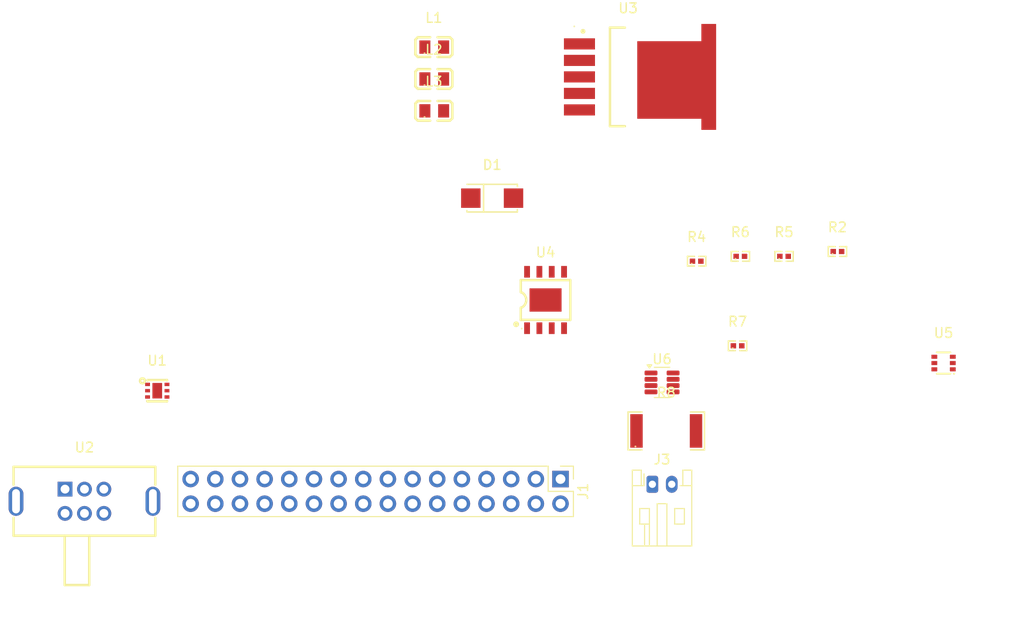
<source format=kicad_pcb>
(kicad_pcb (version 20240108) (generator "pcbnew") (generator_version "8.0")
  (layers (0 "F.Cu" signal) (31 "B.Cu" signal) (34 "B.Paste" user) (35 "F.Paste" user) (36 "B.SilkS" user "B.Silkscreen") (37 "F.SilkS" user "F.Silkscreen") (38 "B.Mask" user) (39 "F.Mask" user) (44 "Edge.Cuts" user))
  (net 0 "")
  (footprint "xxcustom_footprint:TO-263-5_L10.2-W8.9-P1.70-TL" (layer "F.Cu") (at 164.65 67.95)
    (property "Reference" "U3" (at 0 -7.079985 0) (layer "F.SilkS"))
    (property "Value" "LM2596SX-5_0/NOPB")
    (fp_line (start -1.862941 -5.079985) (end -0.326238 -5.079985) (stroke (width 0.254)) (layer "F.SilkS"))
    (fp_line (start -1.862941 5.080036) (end -1.862941 -5.079985) (stroke (width 0.254)) (layer "F.SilkS"))
    (fp_line (start -0.326238 5.080036) (end -1.862941 5.080036) (stroke (width 0.254)) (layer "F.SilkS"))
    (fp_circle (center -5.542672 -5.20701) (end -5.5127 -5.20701) (stroke (width 0.059995)) (fill none) (layer "F.SilkS"))
    (fp_circle (center -4.644272 -4.699009) (end -4.517272 -4.699009) (stroke (width 0.254)) (fill none) (layer "F.SilkS"))
    (pad "1" smd rect (at -5.007747 -3.403607) (size 3.2 1.150013) (layers "F.Cu" "F.Paste" "F.Mask"))
    (pad "2" smd rect (at -5.007747 -1.701803) (size 3.2 1.150013) (layers "F.Cu" "F.Paste" "F.Mask"))
    (pad "3" smd rect (at -5.007747 0) (size 3.2 1.150013) (layers "F.Cu" "F.Paste" "F.Mask"))
    (pad "4" smd rect (at -5.007747 1.701803) (size 3.2 1.150013) (layers "F.Cu" "F.Paste" "F.Mask"))
    (pad "5" smd rect (at -5.007747 3.403607) (size 3.2 1.150013) (layers "F.Cu" "F.Paste" "F.Mask"))
    (pad "6" smd custom (at 5.007747 0.317501) (size 0.1 0.1) (layers "F.Cu" "F.Paste" "F.Mask") (options (clearance outline) (anchor circle)) (primitives (gr_poly (pts (xy -4.064008 -4.000508) (xy 2.540005 -4.000508) (xy 2.540005 -5.778512) (xy 4.064008 -5.778512) (xy 4.064008 5.14351) (xy 2.540005 5.14351) (xy 2.540005 4) (xy -4.064008 4)) (width 0) (fill yes))))
  )
  (footprint "xxcustom_footprint:R0402" (layer "F.Cu") (at 176.217183 86.45)
    (property "Reference" "R6" (at 0 -2.498603 0) (layer "F.SilkS"))
    (property "Value" "2k")
    (fp_line (start -0.944247 -0.498603) (end -0.226213 -0.498603) (stroke (width 0.1524)) (layer "F.SilkS"))
    (fp_line (start -0.944247 0.498603) (end -0.944247 -0.498603) (stroke (width 0.1524)) (layer "F.SilkS"))
    (fp_line (start -0.226213 0.498603) (end -0.944247 0.498603) (stroke (width 0.1524)) (layer "F.SilkS"))
    (fp_line (start 0.226213 0.498603) (end 0.944247 0.498603) (stroke (width 0.1524)) (layer "F.SilkS"))
    (fp_line (start 0.944247 -0.498603) (end 0.226213 -0.498603) (stroke (width 0.1524)) (layer "F.SilkS"))
    (fp_line (start 0.944247 0.498603) (end 0.944247 -0.498603) (stroke (width 0.1524)) (layer "F.SilkS"))
    (fp_circle (center -0.499873 0.249936) (end -0.469901 0.249936) (stroke (width 0.059995)) (fill none) (layer "F.SilkS"))
    (pad "1" smd rect (at -0.432817 0) (size 0.565659 0.540005) (layers "F.Cu" "F.Paste" "F.Mask"))
    (pad "2" smd rect (at 0.432817 0) (size 0.565659 0.540005) (layers "F.Cu" "F.Paste" "F.Mask"))
  )
  (footprint "xxcustom_footprint:SC-70-6_L2.2-W1.3-P0.65-LS2.1-BR" (layer "F.Cu") (at 197.15 97.45)
    (property "Reference" "U5" (at 0 -3.1 0) (layer "F.SilkS"))
    (property "Value" "SN74LVC1G3157DCKR")
    (fp_line (start -0.7 -1.1) (end 0.7 -1.1) (stroke (width 0.2)) (layer "F.SilkS"))
    (fp_line (start -0.7 1.1) (end 0.7 1.1) (stroke (width 0.2)) (layer "F.SilkS"))
    (fp_arc (start 1.090932 1.094209) (mid 1.092202 1.094203) (end 1.093472 1.094209) (stroke (width 0.2)) (layer "F.SilkS"))
    (fp_circle (center 1.053442 1.099924) (end 1.083439 1.099924) (stroke (width 0.059995)) (fill none) (layer "F.SilkS"))
    (pad "1" smd rect (at 0.949962 0.649987 90) (size 0.41999 0.6) (layers "F.Cu" "F.Paste" "F.Mask"))
    (pad "2" smd rect (at 0.949962 0 90) (size 0.41999 0.6) (layers "F.Cu" "F.Paste" "F.Mask"))
    (pad "3" smd rect (at 0.949962 -0.649987 90) (size 0.41999 0.6) (layers "F.Cu" "F.Paste" "F.Mask"))
    (pad "4" smd rect (at -0.949962 -0.649987 270) (size 0.41999 0.6) (layers "F.Cu" "F.Paste" "F.Mask"))
    (pad "5" smd rect (at -0.949962 0 270) (size 0.41999 0.6) (layers "F.Cu" "F.Paste" "F.Mask"))
    (pad "6" smd rect (at -0.949962 0.649987 270) (size 0.41999 0.6) (layers "F.Cu" "F.Paste" "F.Mask"))
  )
  (footprint "xxcustom_footprint:L0805" (layer "F.Cu") (at 144.683782 71.45)
    (property "Reference" "L3" (at -0.040259 -3.015951 0) (layer "F.SilkS"))
    (property "Value" "10uH")
    (fp_line (start -1.945263 -0.761951) (end -1.945263 0.635052) (stroke (width 0.254)) (layer "F.SilkS"))
    (fp_line (start -1.945263 0.635052) (end -1.945263 0.762052) (stroke (width 0.254)) (layer "F.SilkS"))
    (fp_line (start -1.945263 0.762052) (end -1.691262 1.016053) (stroke (width 0.254)) (layer "F.SilkS"))
    (fp_line (start -1.691262 -1.015951) (end -1.945263 -0.761951) (stroke (width 0.254)) (layer "F.SilkS"))
    (fp_line (start -1.691262 1.016053) (end -0.42126 1.016053) (stroke (width 0.254)) (layer "F.SilkS"))
    (fp_line (start -1.564262 -1.015951) (end -1.691262 -1.015951) (stroke (width 0.254)) (layer "F.SilkS"))
    (fp_line (start -0.42126 -1.015951) (end -1.564262 -1.015951) (stroke (width 0.254)) (layer "F.SilkS"))
    (fp_line (start 0.340742 1.016053) (end 1.483744 1.016053) (stroke (width 0.254)) (layer "F.SilkS"))
    (fp_line (start 1.483744 1.016053) (end 1.610744 1.016053) (stroke (width 0.254)) (layer "F.SilkS"))
    (fp_line (start 1.610744 -1.015951) (end 0.340742 -1.015951) (stroke (width 0.254)) (layer "F.SilkS"))
    (fp_line (start 1.610744 1.016053) (end 1.864745 0.762052) (stroke (width 0.254)) (layer "F.SilkS"))
    (fp_line (start 1.864745 -0.761951) (end 1.610744 -1.015951) (stroke (width 0.254)) (layer "F.SilkS"))
    (fp_line (start 1.864745 -0.63495) (end 1.864745 -0.761951) (stroke (width 0.254)) (layer "F.SilkS"))
    (fp_line (start 1.864745 0.762052) (end 1.864745 -0.63495) (stroke (width 0.254)) (layer "F.SilkS"))
    (fp_circle (center -1 0.63744) (end -0.970003 0.63744) (stroke (width 0.059995)) (fill none) (layer "F.SilkS"))
    (pad "1" smd rect (at -0.966218 0) (size 1.132537 1.377013) (layers "F.Cu" "F.Paste" "F.Mask"))
    (pad "2" smd rect (at 0.966218 0) (size 1.132537 1.377013) (layers "F.Cu" "F.Paste" "F.Mask"))
  )
  (footprint "xxcustom_footprint:R2512" (layer "F.Cu") (at 168.583706 104.45)
    (property "Reference" "R8" (at 0 -3.956591 0) (layer "F.SilkS"))
    (property "Value" "0.2A")
    (fp_line (start -3.936144 -1.956591) (end -2.501194 -1.956591) (stroke (width 0.1524)) (layer "F.SilkS"))
    (fp_line (start -3.936144 1.956591) (end -3.936144 -1.956591) (stroke (width 0.1524)) (layer "F.SilkS"))
    (fp_line (start -2.501194 1.956591) (end -3.936144 1.956591) (stroke (width 0.1524)) (layer "F.SilkS"))
    (fp_line (start 2.501194 1.956591) (end 3.936144 1.956591) (stroke (width 0.1524)) (layer "F.SilkS"))
    (fp_line (start 3.936144 -1.956591) (end 2.501194 -1.956591) (stroke (width 0.1524)) (layer "F.SilkS"))
    (fp_line (start 3.936144 1.956591) (end 3.936144 -1.956591) (stroke (width 0.1524)) (layer "F.SilkS"))
    (fp_circle (center -3.175006 1.599949) (end -3.145034 1.599949) (stroke (width 0.059995)) (fill none) (layer "F.SilkS"))
    (pad "1" smd rect (at -3.066294 0) (size 1.282525 3.456007) (layers "F.Cu" "F.Paste" "F.Mask"))
    (pad "2" smd rect (at 3.066294 0) (size 1.282525 3.456007) (layers "F.Cu" "F.Paste" "F.Mask"))
  )
  (footprint "xxcustom_footprint:SW-TH_XKB_SK22D15L7" (layer "F.Cu") (at 108.65 111.699936)
    (property "Reference" "U2" (at 0 -5.550064 0) (layer "F.SilkS"))
    (property "Value" "SK22D15L5")
    (fp_line (start -7.300025 -3.550064) (end -7.300025 -1.699111) (stroke (width 0.254)) (layer "F.SilkS"))
    (fp_line (start -7.300025 1.699009) (end -7.300025 3.549962) (stroke (width 0.254)) (layer "F.SilkS"))
    (fp_line (start -2.032004 8.635966) (end -2.032004 3.549962) (stroke (width 0.254)) (layer "F.SilkS"))
    (fp_line (start 0.491237 3.549962) (end 0.491237 8.635966) (stroke (width 0.254)) (layer "F.SilkS"))
    (fp_line (start 0.491237 8.635966) (end -2.032004 8.635966) (stroke (width 0.254)) (layer "F.SilkS"))
    (fp_line (start 7.300025 -3.550064) (end -7.300025 -3.550064) (stroke (width 0.254)) (layer "F.SilkS"))
    (fp_line (start 7.300025 -3.550064) (end 7.300025 -1.699111) (stroke (width 0.254)) (layer "F.SilkS"))
    (fp_line (start 7.300025 1.699009) (end 7.300025 3.549962) (stroke (width 0.254)) (layer "F.SilkS"))
    (fp_line (start 7.300025 3.549962) (end -7.300025 3.549962) (stroke (width 0.254)) (layer "F.SilkS"))
    (fp_circle (center -7.299975 -3.550038) (end -7.270003 -3.550038) (stroke (width 0.059995)) (fill none) (layer "F.SilkS"))
    (pad "1" thru_hole rect (at -2 -1.250064) (size 1.524003 1.524003) (drill 0.914402) (layers "*.Cu" "*.Mask" "In1.Cu" "In2.Cu" "In3.Cu" "In4.Cu" "In5.Cu" "In6.Cu" "In7.Cu" "In8.Cu" "In9.Cu" "In10.Cu" "In11.Cu" "In12.Cu" "In13.Cu" "In14.Cu" "In15.Cu" "In16.Cu" "In17.Cu" "In18.Cu" "In19.Cu" "In20.Cu" "In21.Cu" "In22.Cu" "In23.Cu" "In24.Cu" "In25.Cu" "In26.Cu" "In27.Cu" "In28.Cu" "In29.Cu" "In30.Cu"))
    (pad "2" thru_hole circle (at 0 -1.250064) (size 1.524003 1.524003) (drill 0.914402) (layers "*.Cu" "*.Mask" "In1.Cu" "In2.Cu" "In3.Cu" "In4.Cu" "In5.Cu" "In6.Cu" "In7.Cu" "In8.Cu" "In9.Cu" "In10.Cu" "In11.Cu" "In12.Cu" "In13.Cu" "In14.Cu" "In15.Cu" "In16.Cu" "In17.Cu" "In18.Cu" "In19.Cu" "In20.Cu" "In21.Cu" "In22.Cu" "In23.Cu" "In24.Cu" "In25.Cu" "In26.Cu" "In27.Cu" "In28.Cu" "In29.Cu" "In30.Cu"))
    (pad "3" thru_hole circle (at 2 -1.250064) (size 1.524003 1.524003) (drill 0.914402) (layers "*.Cu" "*.Mask" "In1.Cu" "In2.Cu" "In3.Cu" "In4.Cu" "In5.Cu" "In6.Cu" "In7.Cu" "In8.Cu" "In9.Cu" "In10.Cu" "In11.Cu" "In12.Cu" "In13.Cu" "In14.Cu" "In15.Cu" "In16.Cu" "In17.Cu" "In18.Cu" "In19.Cu" "In20.Cu" "In21.Cu" "In22.Cu" "In23.Cu" "In24.Cu" "In25.Cu" "In26.Cu" "In27.Cu" "In28.Cu" "In29.Cu" "In30.Cu"))
    (pad "4" thru_hole circle (at -2 1.250064) (size 1.524003 1.524003) (drill 0.914402) (layers "*.Cu" "*.Mask" "In1.Cu" "In2.Cu" "In3.Cu" "In4.Cu" "In5.Cu" "In6.Cu" "In7.Cu" "In8.Cu" "In9.Cu" "In10.Cu" "In11.Cu" "In12.Cu" "In13.Cu" "In14.Cu" "In15.Cu" "In16.Cu" "In17.Cu" "In18.Cu" "In19.Cu" "In20.Cu" "In21.Cu" "In22.Cu" "In23.Cu" "In24.Cu" "In25.Cu" "In26.Cu" "In27.Cu" "In28.Cu" "In29.Cu" "In30.Cu"))
    (pad "5" thru_hole circle (at 0 1.250064) (size 1.524003 1.524003) (drill 0.914402) (layers "*.Cu" "*.Mask" "In1.Cu" "In2.Cu" "In3.Cu" "In4.Cu" "In5.Cu" "In6.Cu" "In7.Cu" "In8.Cu" "In9.Cu" "In10.Cu" "In11.Cu" "In12.Cu" "In13.Cu" "In14.Cu" "In15.Cu" "In16.Cu" "In17.Cu" "In18.Cu" "In19.Cu" "In20.Cu" "In21.Cu" "In22.Cu" "In23.Cu" "In24.Cu" "In25.Cu" "In26.Cu" "In27.Cu" "In28.Cu" "In29.Cu" "In30.Cu"))
    (pad "6" thru_hole circle (at 2 1.250064) (size 1.524003 1.524003) (drill 0.914402) (layers "*.Cu" "*.Mask" "In1.Cu" "In2.Cu" "In3.Cu" "In4.Cu" "In5.Cu" "In6.Cu" "In7.Cu" "In8.Cu" "In9.Cu" "In10.Cu" "In11.Cu" "In12.Cu" "In13.Cu" "In14.Cu" "In15.Cu" "In16.Cu" "In17.Cu" "In18.Cu" "In19.Cu" "In20.Cu" "In21.Cu" "In22.Cu" "In23.Cu" "In24.Cu" "In25.Cu" "In26.Cu" "In27.Cu" "In28.Cu" "In29.Cu" "In30.Cu"))
    (pad "7" thru_hole oval (at 7.050038 -0.000127) (size 1.524003 3) (drill oval 0.8 2.5) (layers "*.Cu" "*.Mask" "In1.Cu" "In2.Cu" "In3.Cu" "In4.Cu" "In5.Cu" "In6.Cu" "In7.Cu" "In8.Cu" "In9.Cu" "In10.Cu" "In11.Cu" "In12.Cu" "In13.Cu" "In14.Cu" "In15.Cu" "In16.Cu" "In17.Cu" "In18.Cu" "In19.Cu" "In20.Cu" "In21.Cu" "In22.Cu" "In23.Cu" "In24.Cu" "In25.Cu" "In26.Cu" "In27.Cu" "In28.Cu" "In29.Cu" "In30.Cu"))
    (pad "8" thru_hole oval (at -7.050038 -0.000127) (size 1.524003 3) (drill oval 0.8 2.5) (layers "*.Cu" "*.Mask" "In1.Cu" "In2.Cu" "In3.Cu" "In4.Cu" "In5.Cu" "In6.Cu" "In7.Cu" "In8.Cu" "In9.Cu" "In10.Cu" "In11.Cu" "In12.Cu" "In13.Cu" "In14.Cu" "In15.Cu" "In16.Cu" "In17.Cu" "In18.Cu" "In19.Cu" "In20.Cu" "In21.Cu" "In22.Cu" "In23.Cu" "In24.Cu" "In25.Cu" "In26.Cu" "In27.Cu" "In28.Cu" "In29.Cu" "In30.Cu"))
  )
  (footprint "Connector_PinHeader_2.54mm:PinHeader_2x16_P2.54mm_Vertical" (layer "F.Cu") (at 157.69 109.41 -90)
    (property "Reference" "J1" (at 1.27 -2.33 90) (layer "F.SilkS"))
    (property "Value" "Conn_02x16_Odd_Even")
    (fp_line (start -1.33 39.43) (end 3.87 39.43) (stroke (width 0.12)) (layer "F.SilkS"))
    (fp_line (start -1.33 1.27) (end -1.33 39.43) (stroke (width 0.12)) (layer "F.SilkS"))
    (fp_line (start -1.33 1.27) (end 1.27 1.27) (stroke (width 0.12)) (layer "F.SilkS"))
    (fp_line (start 1.27 1.27) (end 1.27 -1.33) (stroke (width 0.12)) (layer "F.SilkS"))
    (fp_line (start -1.33 0) (end -1.33 -1.33) (stroke (width 0.12)) (layer "F.SilkS"))
    (fp_line (start -1.33 -1.33) (end 0 -1.33) (stroke (width 0.12)) (layer "F.SilkS"))
    (fp_line (start 1.27 -1.33) (end 3.87 -1.33) (stroke (width 0.12)) (layer "F.SilkS"))
    (fp_line (start 3.87 -1.33) (end 3.87 39.43) (stroke (width 0.12)) (layer "F.SilkS"))
    (pad "1" thru_hole rect (at 0 0 270) (size 1.7 1.7) (drill 1) (layers "*.Cu" "*.Mask" "In1.Cu" "In2.Cu" "In3.Cu" "In4.Cu" "In5.Cu" "In6.Cu" "In7.Cu" "In8.Cu" "In9.Cu" "In10.Cu" "In11.Cu" "In12.Cu" "In13.Cu" "In14.Cu" "In15.Cu" "In16.Cu" "In17.Cu" "In18.Cu" "In19.Cu" "In20.Cu" "In21.Cu" "In22.Cu" "In23.Cu" "In24.Cu" "In25.Cu" "In26.Cu" "In27.Cu" "In28.Cu" "In29.Cu" "In30.Cu"))
    (pad "2" thru_hole oval (at 2.54 0 270) (size 1.7 1.7) (drill 1) (layers "*.Cu" "*.Mask" "In1.Cu" "In2.Cu" "In3.Cu" "In4.Cu" "In5.Cu" "In6.Cu" "In7.Cu" "In8.Cu" "In9.Cu" "In10.Cu" "In11.Cu" "In12.Cu" "In13.Cu" "In14.Cu" "In15.Cu" "In16.Cu" "In17.Cu" "In18.Cu" "In19.Cu" "In20.Cu" "In21.Cu" "In22.Cu" "In23.Cu" "In24.Cu" "In25.Cu" "In26.Cu" "In27.Cu" "In28.Cu" "In29.Cu" "In30.Cu"))
    (pad "3" thru_hole oval (at 0 2.54 270) (size 1.7 1.7) (drill 1) (layers "*.Cu" "*.Mask" "In1.Cu" "In2.Cu" "In3.Cu" "In4.Cu" "In5.Cu" "In6.Cu" "In7.Cu" "In8.Cu" "In9.Cu" "In10.Cu" "In11.Cu" "In12.Cu" "In13.Cu" "In14.Cu" "In15.Cu" "In16.Cu" "In17.Cu" "In18.Cu" "In19.Cu" "In20.Cu" "In21.Cu" "In22.Cu" "In23.Cu" "In24.Cu" "In25.Cu" "In26.Cu" "In27.Cu" "In28.Cu" "In29.Cu" "In30.Cu"))
    (pad "4" thru_hole oval (at 2.54 2.54 270) (size 1.7 1.7) (drill 1) (layers "*.Cu" "*.Mask" "In1.Cu" "In2.Cu" "In3.Cu" "In4.Cu" "In5.Cu" "In6.Cu" "In7.Cu" "In8.Cu" "In9.Cu" "In10.Cu" "In11.Cu" "In12.Cu" "In13.Cu" "In14.Cu" "In15.Cu" "In16.Cu" "In17.Cu" "In18.Cu" "In19.Cu" "In20.Cu" "In21.Cu" "In22.Cu" "In23.Cu" "In24.Cu" "In25.Cu" "In26.Cu" "In27.Cu" "In28.Cu" "In29.Cu" "In30.Cu"))
    (pad "5" thru_hole oval (at 0 5.08 270) (size 1.7 1.7) (drill 1) (layers "*.Cu" "*.Mask" "In1.Cu" "In2.Cu" "In3.Cu" "In4.Cu" "In5.Cu" "In6.Cu" "In7.Cu" "In8.Cu" "In9.Cu" "In10.Cu" "In11.Cu" "In12.Cu" "In13.Cu" "In14.Cu" "In15.Cu" "In16.Cu" "In17.Cu" "In18.Cu" "In19.Cu" "In20.Cu" "In21.Cu" "In22.Cu" "In23.Cu" "In24.Cu" "In25.Cu" "In26.Cu" "In27.Cu" "In28.Cu" "In29.Cu" "In30.Cu"))
    (pad "6" thru_hole oval (at 2.54 5.08 270) (size 1.7 1.7) (drill 1) (layers "*.Cu" "*.Mask" "In1.Cu" "In2.Cu" "In3.Cu" "In4.Cu" "In5.Cu" "In6.Cu" "In7.Cu" "In8.Cu" "In9.Cu" "In10.Cu" "In11.Cu" "In12.Cu" "In13.Cu" "In14.Cu" "In15.Cu" "In16.Cu" "In17.Cu" "In18.Cu" "In19.Cu" "In20.Cu" "In21.Cu" "In22.Cu" "In23.Cu" "In24.Cu" "In25.Cu" "In26.Cu" "In27.Cu" "In28.Cu" "In29.Cu" "In30.Cu"))
    (pad "7" thru_hole oval (at 0 7.62 270) (size 1.7 1.7) (drill 1) (layers "*.Cu" "*.Mask" "In1.Cu" "In2.Cu" "In3.Cu" "In4.Cu" "In5.Cu" "In6.Cu" "In7.Cu" "In8.Cu" "In9.Cu" "In10.Cu" "In11.Cu" "In12.Cu" "In13.Cu" "In14.Cu" "In15.Cu" "In16.Cu" "In17.Cu" "In18.Cu" "In19.Cu" "In20.Cu" "In21.Cu" "In22.Cu" "In23.Cu" "In24.Cu" "In25.Cu" "In26.Cu" "In27.Cu" "In28.Cu" "In29.Cu" "In30.Cu"))
    (pad "8" thru_hole oval (at 2.54 7.62 270) (size 1.7 1.7) (drill 1) (layers "*.Cu" "*.Mask" "In1.Cu" "In2.Cu" "In3.Cu" "In4.Cu" "In5.Cu" "In6.Cu" "In7.Cu" "In8.Cu" "In9.Cu" "In10.Cu" "In11.Cu" "In12.Cu" "In13.Cu" "In14.Cu" "In15.Cu" "In16.Cu" "In17.Cu" "In18.Cu" "In19.Cu" "In20.Cu" "In21.Cu" "In22.Cu" "In23.Cu" "In24.Cu" "In25.Cu" "In26.Cu" "In27.Cu" "In28.Cu" "In29.Cu" "In30.Cu"))
    (pad "9" thru_hole oval (at 0 10.16 270) (size 1.7 1.7) (drill 1) (layers "*.Cu" "*.Mask" "In1.Cu" "In2.Cu" "In3.Cu" "In4.Cu" "In5.Cu" "In6.Cu" "In7.Cu" "In8.Cu" "In9.Cu" "In10.Cu" "In11.Cu" "In12.Cu" "In13.Cu" "In14.Cu" "In15.Cu" "In16.Cu" "In17.Cu" "In18.Cu" "In19.Cu" "In20.Cu" "In21.Cu" "In22.Cu" "In23.Cu" "In24.Cu" "In25.Cu" "In26.Cu" "In27.Cu" "In28.Cu" "In29.Cu" "In30.Cu"))
    (pad "10" thru_hole oval (at 2.54 10.16 270) (size 1.7 1.7) (drill 1) (layers "*.Cu" "*.Mask" "In1.Cu" "In2.Cu" "In3.Cu" "In4.Cu" "In5.Cu" "In6.Cu" "In7.Cu" "In8.Cu" "In9.Cu" "In10.Cu" "In11.Cu" "In12.Cu" "In13.Cu" "In14.Cu" "In15.Cu" "In16.Cu" "In17.Cu" "In18.Cu" "In19.Cu" "In20.Cu" "In21.Cu" "In22.Cu" "In23.Cu" "In24.Cu" "In25.Cu" "In26.Cu" "In27.Cu" "In28.Cu" "In29.Cu" "In30.Cu"))
    (pad "11" thru_hole oval (at 0 12.7 270) (size 1.7 1.7) (drill 1) (layers "*.Cu" "*.Mask" "In1.Cu" "In2.Cu" "In3.Cu" "In4.Cu" "In5.Cu" "In6.Cu" "In7.Cu" "In8.Cu" "In9.Cu" "In10.Cu" "In11.Cu" "In12.Cu" "In13.Cu" "In14.Cu" "In15.Cu" "In16.Cu" "In17.Cu" "In18.Cu" "In19.Cu" "In20.Cu" "In21.Cu" "In22.Cu" "In23.Cu" "In24.Cu" "In25.Cu" "In26.Cu" "In27.Cu" "In28.Cu" "In29.Cu" "In30.Cu"))
    (pad "12" thru_hole oval (at 2.54 12.7 270) (size 1.7 1.7) (drill 1) (layers "*.Cu" "*.Mask" "In1.Cu" "In2.Cu" "In3.Cu" "In4.Cu" "In5.Cu" "In6.Cu" "In7.Cu" "In8.Cu" "In9.Cu" "In10.Cu" "In11.Cu" "In12.Cu" "In13.Cu" "In14.Cu" "In15.Cu" "In16.Cu" "In17.Cu" "In18.Cu" "In19.Cu" "In20.Cu" "In21.Cu" "In22.Cu" "In23.Cu" "In24.Cu" "In25.Cu" "In26.Cu" "In27.Cu" "In28.Cu" "In29.Cu" "In30.Cu"))
    (pad "13" thru_hole oval (at 0 15.24 270) (size 1.7 1.7) (drill 1) (layers "*.Cu" "*.Mask" "In1.Cu" "In2.Cu" "In3.Cu" "In4.Cu" "In5.Cu" "In6.Cu" "In7.Cu" "In8.Cu" "In9.Cu" "In10.Cu" "In11.Cu" "In12.Cu" "In13.Cu" "In14.Cu" "In15.Cu" "In16.Cu" "In17.Cu" "In18.Cu" "In19.Cu" "In20.Cu" "In21.Cu" "In22.Cu" "In23.Cu" "In24.Cu" "In25.Cu" "In26.Cu" "In27.Cu" "In28.Cu" "In29.Cu" "In30.Cu"))
    (pad "14" thru_hole oval (at 2.54 15.24 270) (size 1.7 1.7) (drill 1) (layers "*.Cu" "*.Mask" "In1.Cu" "In2.Cu" "In3.Cu" "In4.Cu" "In5.Cu" "In6.Cu" "In7.Cu" "In8.Cu" "In9.Cu" "In10.Cu" "In11.Cu" "In12.Cu" "In13.Cu" "In14.Cu" "In15.Cu" "In16.Cu" "In17.Cu" "In18.Cu" "In19.Cu" "In20.Cu" "In21.Cu" "In22.Cu" "In23.Cu" "In24.Cu" "In25.Cu" "In26.Cu" "In27.Cu" "In28.Cu" "In29.Cu" "In30.Cu"))
    (pad "15" thru_hole oval (at 0 17.78 270) (size 1.7 1.7) (drill 1) (layers "*.Cu" "*.Mask" "In1.Cu" "In2.Cu" "In3.Cu" "In4.Cu" "In5.Cu" "In6.Cu" "In7.Cu" "In8.Cu" "In9.Cu" "In10.Cu" "In11.Cu" "In12.Cu" "In13.Cu" "In14.Cu" "In15.Cu" "In16.Cu" "In17.Cu" "In18.Cu" "In19.Cu" "In20.Cu" "In21.Cu" "In22.Cu" "In23.Cu" "In24.Cu" "In25.Cu" "In26.Cu" "In27.Cu" "In28.Cu" "In29.Cu" "In30.Cu"))
    (pad "16" thru_hole oval (at 2.54 17.78 270) (size 1.7 1.7) (drill 1) (layers "*.Cu" "*.Mask" "In1.Cu" "In2.Cu" "In3.Cu" "In4.Cu" "In5.Cu" "In6.Cu" "In7.Cu" "In8.Cu" "In9.Cu" "In10.Cu" "In11.Cu" "In12.Cu" "In13.Cu" "In14.Cu" "In15.Cu" "In16.Cu" "In17.Cu" "In18.Cu" "In19.Cu" "In20.Cu" "In21.Cu" "In22.Cu" "In23.Cu" "In24.Cu" "In25.Cu" "In26.Cu" "In27.Cu" "In28.Cu" "In29.Cu" "In30.Cu"))
    (pad "17" thru_hole oval (at 0 20.32 270) (size 1.7 1.7) (drill 1) (layers "*.Cu" "*.Mask" "In1.Cu" "In2.Cu" "In3.Cu" "In4.Cu" "In5.Cu" "In6.Cu" "In7.Cu" "In8.Cu" "In9.Cu" "In10.Cu" "In11.Cu" "In12.Cu" "In13.Cu" "In14.Cu" "In15.Cu" "In16.Cu" "In17.Cu" "In18.Cu" "In19.Cu" "In20.Cu" "In21.Cu" "In22.Cu" "In23.Cu" "In24.Cu" "In25.Cu" "In26.Cu" "In27.Cu" "In28.Cu" "In29.Cu" "In30.Cu"))
    (pad "18" thru_hole oval (at 2.54 20.32 270) (size 1.7 1.7) (drill 1) (layers "*.Cu" "*.Mask" "In1.Cu" "In2.Cu" "In3.Cu" "In4.Cu" "In5.Cu" "In6.Cu" "In7.Cu" "In8.Cu" "In9.Cu" "In10.Cu" "In11.Cu" "In12.Cu" "In13.Cu" "In14.Cu" "In15.Cu" "In16.Cu" "In17.Cu" "In18.Cu" "In19.Cu" "In20.Cu" "In21.Cu" "In22.Cu" "In23.Cu" "In24.Cu" "In25.Cu" "In26.Cu" "In27.Cu" "In28.Cu" "In29.Cu" "In30.Cu"))
    (pad "19" thru_hole oval (at 0 22.86 270) (size 1.7 1.7) (drill 1) (layers "*.Cu" "*.Mask" "In1.Cu" "In2.Cu" "In3.Cu" "In4.Cu" "In5.Cu" "In6.Cu" "In7.Cu" "In8.Cu" "In9.Cu" "In10.Cu" "In11.Cu" "In12.Cu" "In13.Cu" "In14.Cu" "In15.Cu" "In16.Cu" "In17.Cu" "In18.Cu" "In19.Cu" "In20.Cu" "In21.Cu" "In22.Cu" "In23.Cu" "In24.Cu" "In25.Cu" "In26.Cu" "In27.Cu" "In28.Cu" "In29.Cu" "In30.Cu"))
    (pad "20" thru_hole oval (at 2.54 22.86 270) (size 1.7 1.7) (drill 1) (layers "*.Cu" "*.Mask" "In1.Cu" "In2.Cu" "In3.Cu" "In4.Cu" "In5.Cu" "In6.Cu" "In7.Cu" "In8.Cu" "In9.Cu" "In10.Cu" "In11.Cu" "In12.Cu" "In13.Cu" "In14.Cu" "In15.Cu" "In16.Cu" "In17.Cu" "In18.Cu" "In19.Cu" "In20.Cu" "In21.Cu" "In22.Cu" "In23.Cu" "In24.Cu" "In25.Cu" "In26.Cu" "In27.Cu" "In28.Cu" "In29.Cu" "In30.Cu"))
    (pad "21" thru_hole oval (at 0 25.4 270) (size 1.7 1.7) (drill 1) (layers "*.Cu" "*.Mask" "In1.Cu" "In2.Cu" "In3.Cu" "In4.Cu" "In5.Cu" "In6.Cu" "In7.Cu" "In8.Cu" "In9.Cu" "In10.Cu" "In11.Cu" "In12.Cu" "In13.Cu" "In14.Cu" "In15.Cu" "In16.Cu" "In17.Cu" "In18.Cu" "In19.Cu" "In20.Cu" "In21.Cu" "In22.Cu" "In23.Cu" "In24.Cu" "In25.Cu" "In26.Cu" "In27.Cu" "In28.Cu" "In29.Cu" "In30.Cu"))
    (pad "22" thru_hole oval (at 2.54 25.4 270) (size 1.7 1.7) (drill 1) (layers "*.Cu" "*.Mask" "In1.Cu" "In2.Cu" "In3.Cu" "In4.Cu" "In5.Cu" "In6.Cu" "In7.Cu" "In8.Cu" "In9.Cu" "In10.Cu" "In11.Cu" "In12.Cu" "In13.Cu" "In14.Cu" "In15.Cu" "In16.Cu" "In17.Cu" "In18.Cu" "In19.Cu" "In20.Cu" "In21.Cu" "In22.Cu" "In23.Cu" "In24.Cu" "In25.Cu" "In26.Cu" "In27.Cu" "In28.Cu" "In29.Cu" "In30.Cu"))
    (pad "23" thru_hole oval (at 0 27.94 270) (size 1.7 1.7) (drill 1) (layers "*.Cu" "*.Mask" "In1.Cu" "In2.Cu" "In3.Cu" "In4.Cu" "In5.Cu" "In6.Cu" "In7.Cu" "In8.Cu" "In9.Cu" "In10.Cu" "In11.Cu" "In12.Cu" "In13.Cu" "In14.Cu" "In15.Cu" "In16.Cu" "In17.Cu" "In18.Cu" "In19.Cu" "In20.Cu" "In21.Cu" "In22.Cu" "In23.Cu" "In24.Cu" "In25.Cu" "In26.Cu" "In27.Cu" "In28.Cu" "In29.Cu" "In30.Cu"))
    (pad "24" thru_hole oval (at 2.54 27.94 270) (size 1.7 1.7) (drill 1) (layers "*.Cu" "*.Mask" "In1.Cu" "In2.Cu" "In3.Cu" "In4.Cu" "In5.Cu" "In6.Cu" "In7.Cu" "In8.Cu" "In9.Cu" "In10.Cu" "In11.Cu" "In12.Cu" "In13.Cu" "In14.Cu" "In15.Cu" "In16.Cu" "In17.Cu" "In18.Cu" "In19.Cu" "In20.Cu" "In21.Cu" "In22.Cu" "In23.Cu" "In24.Cu" "In25.Cu" "In26.Cu" "In27.Cu" "In28.Cu" "In29.Cu" "In30.Cu"))
    (pad "25" thru_hole oval (at 0 30.48 270) (size 1.7 1.7) (drill 1) (layers "*.Cu" "*.Mask" "In1.Cu" "In2.Cu" "In3.Cu" "In4.Cu" "In5.Cu" "In6.Cu" "In7.Cu" "In8.Cu" "In9.Cu" "In10.Cu" "In11.Cu" "In12.Cu" "In13.Cu" "In14.Cu" "In15.Cu" "In16.Cu" "In17.Cu" "In18.Cu" "In19.Cu" "In20.Cu" "In21.Cu" "In22.Cu" "In23.Cu" "In24.Cu" "In25.Cu" "In26.Cu" "In27.Cu" "In28.Cu" "In29.Cu" "In30.Cu"))
    (pad "26" thru_hole oval (at 2.54 30.48 270) (size 1.7 1.7) (drill 1) (layers "*.Cu" "*.Mask" "In1.Cu" "In2.Cu" "In3.Cu" "In4.Cu" "In5.Cu" "In6.Cu" "In7.Cu" "In8.Cu" "In9.Cu" "In10.Cu" "In11.Cu" "In12.Cu" "In13.Cu" "In14.Cu" "In15.Cu" "In16.Cu" "In17.Cu" "In18.Cu" "In19.Cu" "In20.Cu" "In21.Cu" "In22.Cu" "In23.Cu" "In24.Cu" "In25.Cu" "In26.Cu" "In27.Cu" "In28.Cu" "In29.Cu" "In30.Cu"))
    (pad "27" thru_hole oval (at 0 33.02 270) (size 1.7 1.7) (drill 1) (layers "*.Cu" "*.Mask" "In1.Cu" "In2.Cu" "In3.Cu" "In4.Cu" "In5.Cu" "In6.Cu" "In7.Cu" "In8.Cu" "In9.Cu" "In10.Cu" "In11.Cu" "In12.Cu" "In13.Cu" "In14.Cu" "In15.Cu" "In16.Cu" "In17.Cu" "In18.Cu" "In19.Cu" "In20.Cu" "In21.Cu" "In22.Cu" "In23.Cu" "In24.Cu" "In25.Cu" "In26.Cu" "In27.Cu" "In28.Cu" "In29.Cu" "In30.Cu"))
    (pad "28" thru_hole oval (at 2.54 33.02 270) (size 1.7 1.7) (drill 1) (layers "*.Cu" "*.Mask" "In1.Cu" "In2.Cu" "In3.Cu" "In4.Cu" "In5.Cu" "In6.Cu" "In7.Cu" "In8.Cu" "In9.Cu" "In10.Cu" "In11.Cu" "In12.Cu" "In13.Cu" "In14.Cu" "In15.Cu" "In16.Cu" "In17.Cu" "In18.Cu" "In19.Cu" "In20.Cu" "In21.Cu" "In22.Cu" "In23.Cu" "In24.Cu" "In25.Cu" "In26.Cu" "In27.Cu" "In28.Cu" "In29.Cu" "In30.Cu"))
    (pad "29" thru_hole oval (at 0 35.56 270) (size 1.7 1.7) (drill 1) (layers "*.Cu" "*.Mask" "In1.Cu" "In2.Cu" "In3.Cu" "In4.Cu" "In5.Cu" "In6.Cu" "In7.Cu" "In8.Cu" "In9.Cu" "In10.Cu" "In11.Cu" "In12.Cu" "In13.Cu" "In14.Cu" "In15.Cu" "In16.Cu" "In17.Cu" "In18.Cu" "In19.Cu" "In20.Cu" "In21.Cu" "In22.Cu" "In23.Cu" "In24.Cu" "In25.Cu" "In26.Cu" "In27.Cu" "In28.Cu" "In29.Cu" "In30.Cu"))
    (pad "30" thru_hole oval (at 2.54 35.56 270) (size 1.7 1.7) (drill 1) (layers "*.Cu" "*.Mask" "In1.Cu" "In2.Cu" "In3.Cu" "In4.Cu" "In5.Cu" "In6.Cu" "In7.Cu" "In8.Cu" "In9.Cu" "In10.Cu" "In11.Cu" "In12.Cu" "In13.Cu" "In14.Cu" "In15.Cu" "In16.Cu" "In17.Cu" "In18.Cu" "In19.Cu" "In20.Cu" "In21.Cu" "In22.Cu" "In23.Cu" "In24.Cu" "In25.Cu" "In26.Cu" "In27.Cu" "In28.Cu" "In29.Cu" "In30.Cu"))
    (pad "31" thru_hole oval (at 0 38.1 270) (size 1.7 1.7) (drill 1) (layers "*.Cu" "*.Mask" "In1.Cu" "In2.Cu" "In3.Cu" "In4.Cu" "In5.Cu" "In6.Cu" "In7.Cu" "In8.Cu" "In9.Cu" "In10.Cu" "In11.Cu" "In12.Cu" "In13.Cu" "In14.Cu" "In15.Cu" "In16.Cu" "In17.Cu" "In18.Cu" "In19.Cu" "In20.Cu" "In21.Cu" "In22.Cu" "In23.Cu" "In24.Cu" "In25.Cu" "In26.Cu" "In27.Cu" "In28.Cu" "In29.Cu" "In30.Cu"))
    (pad "32" thru_hole oval (at 2.54 38.1 270) (size 1.7 1.7) (drill 1) (layers "*.Cu" "*.Mask" "In1.Cu" "In2.Cu" "In3.Cu" "In4.Cu" "In5.Cu" "In6.Cu" "In7.Cu" "In8.Cu" "In9.Cu" "In10.Cu" "In11.Cu" "In12.Cu" "In13.Cu" "In14.Cu" "In15.Cu" "In16.Cu" "In17.Cu" "In18.Cu" "In19.Cu" "In20.Cu" "In21.Cu" "In22.Cu" "In23.Cu" "In24.Cu" "In25.Cu" "In26.Cu" "In27.Cu" "In28.Cu" "In29.Cu" "In30.Cu"))
  )
  (footprint "Package_TO_SOT_SMD:SOT-23-8" (layer "F.Cu") (at 168.15 99.45)
    (property "Reference" "U6" (at 0 -2.4 0) (layer "F.SilkS"))
    (property "Value" "INA219AxDCN")
    (fp_line (start 0 -1.56) (end -0.8 -1.56) (stroke (width 0.12)) (layer "F.SilkS"))
    (fp_line (start 0 -1.56) (end 0.8 -1.56) (stroke (width 0.12)) (layer "F.SilkS"))
    (fp_line (start 0 1.56) (end -0.8 1.56) (stroke (width 0.12)) (layer "F.SilkS"))
    (fp_line (start 0 1.56) (end 0.8 1.56) (stroke (width 0.12)) (layer "F.SilkS"))
    (fp_poly (pts (xy -1.3 -1.485) (xy -1.54 -1.815) (xy -1.06 -1.815) (xy -1.3 -1.485)) (stroke (width 0.12)) (fill solid) (layer "F.SilkS"))
    (pad "1" smd roundrect (at -1.1375 -0.975) (size 1.325 0.5) (layers "F.Cu" "F.Paste" "F.Mask"))
    (pad "2" smd roundrect (at -1.1375 -0.325) (size 1.325 0.5) (layers "F.Cu" "F.Paste" "F.Mask"))
    (pad "3" smd roundrect (at -1.1375 0.325) (size 1.325 0.5) (layers "F.Cu" "F.Paste" "F.Mask"))
    (pad "4" smd roundrect (at -1.1375 0.975) (size 1.325 0.5) (layers "F.Cu" "F.Paste" "F.Mask"))
    (pad "5" smd roundrect (at 1.1375 0.975) (size 1.325 0.5) (layers "F.Cu" "F.Paste" "F.Mask"))
    (pad "6" smd roundrect (at 1.1375 0.325) (size 1.325 0.5) (layers "F.Cu" "F.Paste" "F.Mask"))
    (pad "7" smd roundrect (at 1.1375 -0.325) (size 1.325 0.5) (layers "F.Cu" "F.Paste" "F.Mask"))
    (pad "8" smd roundrect (at 1.1375 -0.975) (size 1.325 0.5) (layers "F.Cu" "F.Paste" "F.Mask"))
  )
  (footprint "xxcustom_footprint:R0402" (layer "F.Cu") (at 186.217183 85.95)
    (property "Reference" "R2" (at 0 -2.498603 0) (layer "F.SilkS"))
    (property "Value" "2k")
    (fp_line (start -0.944247 -0.498603) (end -0.226213 -0.498603) (stroke (width 0.1524)) (layer "F.SilkS"))
    (fp_line (start -0.944247 0.498603) (end -0.944247 -0.498603) (stroke (width 0.1524)) (layer "F.SilkS"))
    (fp_line (start -0.226213 0.498603) (end -0.944247 0.498603) (stroke (width 0.1524)) (layer "F.SilkS"))
    (fp_line (start 0.226213 0.498603) (end 0.944247 0.498603) (stroke (width 0.1524)) (layer "F.SilkS"))
    (fp_line (start 0.944247 -0.498603) (end 0.226213 -0.498603) (stroke (width 0.1524)) (layer "F.SilkS"))
    (fp_line (start 0.944247 0.498603) (end 0.944247 -0.498603) (stroke (width 0.1524)) (layer "F.SilkS"))
    (fp_circle (center -0.499873 0.249936) (end -0.469901 0.249936) (stroke (width 0.059995)) (fill none) (layer "F.SilkS"))
    (pad "1" smd rect (at -0.432817 0) (size 0.565659 0.540005) (layers "F.Cu" "F.Paste" "F.Mask"))
    (pad "2" smd rect (at 0.432817 0) (size 0.565659 0.540005) (layers "F.Cu" "F.Paste" "F.Mask"))
  )
  (footprint "xxcustom_footprint:TDFN-6_L2.0-W2.0-P0.65-TL-EP" (layer "F.Cu") (at 116.149924 100.300038)
    (property "Reference" "U1" (at -0.007963 -3.1 0) (layer "F.SilkS"))
    (property "Value" "HUSB237-AA001-DN06R")
    (fp_line (start -1.016002 1.056134) (end -1.016002 1.099975) (stroke (width 0.254)) (layer "F.SilkS"))
    (fp_line (start -1.000051 -1.1) (end 1.000076 -1.1) (stroke (width 0.254)) (layer "F.SilkS"))
    (fp_line (start -1.000051 1.099975) (end 1.000076 1.099975) (stroke (width 0.254)) (layer "F.SilkS"))
    (fp_line (start 1.000076 -1.1) (end 1.000076 -1.05616) (stroke (width 0.254)) (layer "F.SilkS"))
    (fp_line (start 1.000076 1.056134) (end 1.000076 1.099975) (stroke (width 0.254)) (layer "F.SilkS"))
    (fp_circle (center -1.524003 -1.016002) (end -1.399035 -1.016002) (stroke (width 0.254)) (fill none) (layer "F.SilkS"))
    (fp_circle (center -1 -1) (end -0.970003 -1) (stroke (width 0.059995)) (fill none) (layer "F.SilkS"))
    (pad "1" smd rect (at -0.999924 -0.650013 90) (size 0.350013 0.5) (layers "F.Cu" "F.Paste" "F.Mask"))
    (pad "2" smd rect (at -0.999924 -0.000025 90) (size 0.350013 0.5) (layers "F.Cu" "F.Paste" "F.Mask"))
    (pad "3" smd rect (at -0.999924 0.649962 90) (size 0.350013 0.5) (layers "F.Cu" "F.Paste" "F.Mask"))
    (pad "4" smd rect (at 1.000076 0.649962 90) (size 0.350013 0.5) (layers "F.Cu" "F.Paste" "F.Mask"))
    (pad "5" smd rect (at 1.000076 -0.000025 90) (size 0.350013 0.5) (layers "F.Cu" "F.Paste" "F.Mask"))
    (pad "6" smd rect (at 1.000076 -0.650013 90) (size 0.350013 0.5) (layers "F.Cu" "F.Paste" "F.Mask"))
    (pad "7" smd rect (at 0.000076 -0.000025 180) (size 1 1.6) (layers "F.Cu" "F.Paste" "F.Mask"))
  )
  (footprint "xxcustom_footprint:R0402" (layer "F.Cu") (at 175.930523 95.67324)
    (property "Reference" "R7" (at 0 -2.498603 0) (layer "F.SilkS"))
    (property "Value" "6k")
    (fp_line (start -0.944247 -0.498603) (end -0.226213 -0.498603) (stroke (width 0.1524)) (layer "F.SilkS"))
    (fp_line (start -0.944247 0.498603) (end -0.944247 -0.498603) (stroke (width 0.1524)) (layer "F.SilkS"))
    (fp_line (start -0.226213 0.498603) (end -0.944247 0.498603) (stroke (width 0.1524)) (layer "F.SilkS"))
    (fp_line (start 0.226213 0.498603) (end 0.944247 0.498603) (stroke (width 0.1524)) (layer "F.SilkS"))
    (fp_line (start 0.944247 -0.498603) (end 0.226213 -0.498603) (stroke (width 0.1524)) (layer "F.SilkS"))
    (fp_line (start 0.944247 0.498603) (end 0.944247 -0.498603) (stroke (width 0.1524)) (layer "F.SilkS"))
    (fp_circle (center -0.499873 0.249936) (end -0.469901 0.249936) (stroke (width 0.059995)) (fill none) (layer "F.SilkS"))
    (pad "1" smd rect (at -0.432817 0) (size 0.565659 0.540005) (layers "F.Cu" "F.Paste" "F.Mask"))
    (pad "2" smd rect (at 0.432817 0) (size 0.565659 0.540005) (layers "F.Cu" "F.Paste" "F.Mask"))
  )
  (footprint "xxcustom_footprint:L0805" (layer "F.Cu") (at 144.683782 64.877992)
    (property "Reference" "L1" (at -0.040259 -3.015951 0) (layer "F.SilkS"))
    (property "Value" "10uH")
    (fp_line (start -1.945263 -0.761951) (end -1.945263 0.635052) (stroke (width 0.254)) (layer "F.SilkS"))
    (fp_line (start -1.945263 0.635052) (end -1.945263 0.762052) (stroke (width 0.254)) (layer "F.SilkS"))
    (fp_line (start -1.945263 0.762052) (end -1.691262 1.016053) (stroke (width 0.254)) (layer "F.SilkS"))
    (fp_line (start -1.691262 -1.015951) (end -1.945263 -0.761951) (stroke (width 0.254)) (layer "F.SilkS"))
    (fp_line (start -1.691262 1.016053) (end -0.42126 1.016053) (stroke (width 0.254)) (layer "F.SilkS"))
    (fp_line (start -1.564262 -1.015951) (end -1.691262 -1.015951) (stroke (width 0.254)) (layer "F.SilkS"))
    (fp_line (start -0.42126 -1.015951) (end -1.564262 -1.015951) (stroke (width 0.254)) (layer "F.SilkS"))
    (fp_line (start 0.340742 1.016053) (end 1.483744 1.016053) (stroke (width 0.254)) (layer "F.SilkS"))
    (fp_line (start 1.483744 1.016053) (end 1.610744 1.016053) (stroke (width 0.254)) (layer "F.SilkS"))
    (fp_line (start 1.610744 -1.015951) (end 0.340742 -1.015951) (stroke (width 0.254)) (layer "F.SilkS"))
    (fp_line (start 1.610744 1.016053) (end 1.864745 0.762052) (stroke (width 0.254)) (layer "F.SilkS"))
    (fp_line (start 1.864745 -0.761951) (end 1.610744 -1.015951) (stroke (width 0.254)) (layer "F.SilkS"))
    (fp_line (start 1.864745 -0.63495) (end 1.864745 -0.761951) (stroke (width 0.254)) (layer "F.SilkS"))
    (fp_line (start 1.864745 0.762052) (end 1.864745 -0.63495) (stroke (width 0.254)) (layer "F.SilkS"))
    (fp_circle (center -1 0.63744) (end -0.970003 0.63744) (stroke (width 0.059995)) (fill none) (layer "F.SilkS"))
    (pad "1" smd rect (at -0.966218 0) (size 1.132537 1.377013) (layers "F.Cu" "F.Paste" "F.Mask"))
    (pad "2" smd rect (at 0.966218 0) (size 1.132537 1.377013) (layers "F.Cu" "F.Paste" "F.Mask"))
  )
  (footprint "xxcustom_footprint:SMA_L4.3-W2.6-LS5.2-RD" (layer "F.Cu") (at 150.65 80.45)
    (property "Reference" "D1" (at 0.00334 -3.426213 0) (layer "F.SilkS"))
    (property "Value" "SS34_C8678")
    (fp_line (start -2.59619 -1.426213) (end 2.59619 -1.426213) (stroke (width 0.1524)) (layer "F.SilkS"))
    (fp_line (start -2.59619 1.426213) (end 2.59619 1.426213) (stroke (width 0.1524)) (layer "F.SilkS"))
    (fp_line (start -0.883922 -1.426213) (end -0.883922 1.426213) (stroke (width 0.1524)) (layer "F.SilkS"))
    (fp_line (start 2.593294 1.175616) (end 2.599975 1.414834) (stroke (width 0.1524)) (layer "F.SilkS"))
    (fp_line (start 2.59619 -1.426213) (end 2.60287 -1.186995) (stroke (width 0.1524)) (layer "F.SilkS"))
    (fp_circle (center -2.605029 1.299975) (end -2.575057 1.299975) (stroke (width 0.059995)) (fill none) (layer "F.SilkS"))
    (pad "1" smd rect (at -2.199898 0 180) (size 2 2) (layers "F.Cu" "F.Paste" "F.Mask"))
    (pad "2" smd rect (at 2.199898 0 180) (size 2 2) (layers "F.Cu" "F.Paste" "F.Mask"))
  )
  (footprint "xxcustom_footprint:ESOP-8_L4.9-W3.9-P1.27-LS6.0-BL-EP" (layer "F.Cu") (at 156.15 90.95)
    (property "Reference" "U4" (at 0 -4.908306 0) (layer "F.SilkS"))
    (property "Value" "TP4056_C382139")
    (fp_line (start -2.549911 -2.050038) (end 2.550165 -2.050038) (stroke (width 0.254)) (layer "F.SilkS"))
    (fp_line (start -2.549911 -0.800102) (end -2.549911 -2.050038) (stroke (width 0.254)) (layer "F.SilkS"))
    (fp_line (start -2.549911 0.800102) (end -2.549911 2.050038) (stroke (width 0.254)) (layer "F.SilkS"))
    (fp_line (start 2.549911 -2.050038) (end 2.549911 2.050038) (stroke (width 0.254)) (layer "F.SilkS"))
    (fp_line (start 2.549911 2.050038) (end -2.550165 2.050038) (stroke (width 0.254)) (layer "F.SilkS"))
    (fp_arc (start -2.499873 -0.800102) (mid -1.991417 0) (end -2.499873 0.800102) (stroke (width 0.254)) (layer "F.SilkS"))
    (fp_circle (center -3.029972 2.500127) (end -2.859792 2.500127) (stroke (width 0.254)) (fill none) (layer "F.SilkS"))
    (fp_circle (center -2.454153 2.949962) (end -2.424181 2.949962) (stroke (width 0.059995)) (fill none) (layer "F.SilkS"))
    (pad "1" smd rect (at -1.905004 2.908306) (size 0.6 1.2) (layers "F.Cu" "F.Paste" "F.Mask"))
    (pad "2" smd rect (at -0.635001 2.908306) (size 0.6 1.2) (layers "F.Cu" "F.Paste" "F.Mask"))
    (pad "3" smd rect (at 0.635001 2.908306) (size 0.6 1.2) (layers "F.Cu" "F.Paste" "F.Mask"))
    (pad "4" smd rect (at 1.905004 2.908306) (size 0.6 1.2) (layers "F.Cu" "F.Paste" "F.Mask"))
    (pad "5" smd rect (at 1.905004 -2.908306) (size 0.6 1.2) (layers "F.Cu" "F.Paste" "F.Mask"))
    (pad "6" smd rect (at 0.635001 -2.908306) (size 0.6 1.2) (layers "F.Cu" "F.Paste" "F.Mask"))
    (pad "7" smd rect (at -0.635001 -2.908306) (size 0.6 1.2) (layers "F.Cu" "F.Paste" "F.Mask"))
    (pad "8" smd rect (at -1.905004 -2.908306) (size 0.6 1.2) (layers "F.Cu" "F.Paste" "F.Mask"))
    (pad "9" smd rect (at 0 0 180) (size 3.3 2.4) (layers "F.Cu" "F.Paste" "F.Mask"))
  )
  (footprint "xxcustom_footprint:R0402" (layer "F.Cu") (at 171.717183 86.95)
    (property "Reference" "R4" (at 0 -2.498603 0) (layer "F.SilkS"))
    (property "Value" "1k")
    (fp_line (start -0.944247 -0.498603) (end -0.226213 -0.498603) (stroke (width 0.1524)) (layer "F.SilkS"))
    (fp_line (start -0.944247 0.498603) (end -0.944247 -0.498603) (stroke (width 0.1524)) (layer "F.SilkS"))
    (fp_line (start -0.226213 0.498603) (end -0.944247 0.498603) (stroke (width 0.1524)) (layer "F.SilkS"))
    (fp_line (start 0.226213 0.498603) (end 0.944247 0.498603) (stroke (width 0.1524)) (layer "F.SilkS"))
    (fp_line (start 0.944247 -0.498603) (end 0.226213 -0.498603) (stroke (width 0.1524)) (layer "F.SilkS"))
    (fp_line (start 0.944247 0.498603) (end 0.944247 -0.498603) (stroke (width 0.1524)) (layer "F.SilkS"))
    (fp_circle (center -0.499873 0.249936) (end -0.469901 0.249936) (stroke (width 0.059995)) (fill none) (layer "F.SilkS"))
    (pad "1" smd rect (at -0.432817 0) (size 0.565659 0.540005) (layers "F.Cu" "F.Paste" "F.Mask"))
    (pad "2" smd rect (at 0.432817 0) (size 0.565659 0.540005) (layers "F.Cu" "F.Paste" "F.Mask"))
  )
  (footprint "Connector_JST:JST_PH_S2B-PH-K_1x02_P2.00mm_Horizontal" (layer "F.Cu") (at 167.15 109.95)
    (property "Reference" "J3" (at 1 -2.55 0) (layer "F.SilkS"))
    (property "Value" "Conn_01x02")
    (fp_line (start -2.06 -1.46) (end -2.06 6.36) (stroke (width 0.12)) (layer "F.SilkS"))
    (fp_line (start -2.06 0.14) (end -1.14 0.14) (stroke (width 0.12)) (layer "F.SilkS"))
    (fp_line (start -2.06 6.36) (end 4.06 6.36) (stroke (width 0.12)) (layer "F.SilkS"))
    (fp_line (start -1.3 2.5) (end -1.3 4.1) (stroke (width 0.12)) (layer "F.SilkS"))
    (fp_line (start -1.3 4.1) (end -0.3 4.1) (stroke (width 0.12)) (layer "F.SilkS"))
    (fp_line (start -1.14 -1.46) (end -2.06 -1.46) (stroke (width 0.12)) (layer "F.SilkS"))
    (fp_line (start -1.14 0.14) (end -1.14 -1.46) (stroke (width 0.12)) (layer "F.SilkS"))
    (fp_line (start -0.86 0.14) (end -1.14 0.14) (stroke (width 0.12)) (layer "F.SilkS"))
    (fp_line (start -0.86 0.14) (end -0.86 -1.075) (stroke (width 0.12)) (layer "F.SilkS"))
    (fp_line (start -0.8 4.1) (end -0.8 6.36) (stroke (width 0.12)) (layer "F.SilkS"))
    (fp_line (start -0.3 2.5) (end -1.3 2.5) (stroke (width 0.12)) (layer "F.SilkS"))
    (fp_line (start -0.3 4.1) (end -0.3 2.5) (stroke (width 0.12)) (layer "F.SilkS"))
    (fp_line (start -0.3 4.1) (end -0.3 6.36) (stroke (width 0.12)) (layer "F.SilkS"))
    (fp_line (start 0.5 2) (end 1.5 2) (stroke (width 0.12)) (layer "F.SilkS"))
    (fp_line (start 0.5 6.36) (end 0.5 2) (stroke (width 0.12)) (layer "F.SilkS"))
    (fp_line (start 1.5 2) (end 1.5 6.36) (stroke (width 0.12)) (layer "F.SilkS"))
    (fp_line (start 2.3 2.5) (end 3.3 2.5) (stroke (width 0.12)) (layer "F.SilkS"))
    (fp_line (start 2.3 4.1) (end 2.3 2.5) (stroke (width 0.12)) (layer "F.SilkS"))
    (fp_line (start 3.14 -1.46) (end 3.14 0.14) (stroke (width 0.12)) (layer "F.SilkS"))
    (fp_line (start 3.14 0.14) (end 2.86 0.14) (stroke (width 0.12)) (layer "F.SilkS"))
    (fp_line (start 3.3 2.5) (end 3.3 4.1) (stroke (width 0.12)) (layer "F.SilkS"))
    (fp_line (start 3.3 4.1) (end 2.3 4.1) (stroke (width 0.12)) (layer "F.SilkS"))
    (fp_line (start 4.06 -1.46) (end 3.14 -1.46) (stroke (width 0.12)) (layer "F.SilkS"))
    (fp_line (start 4.06 0.14) (end 3.14 0.14) (stroke (width 0.12)) (layer "F.SilkS"))
    (fp_line (start 4.06 6.36) (end 4.06 -1.46) (stroke (width 0.12)) (layer "F.SilkS"))
    (pad "1" thru_hole roundrect (at 0 0) (size 1.2 1.75) (drill 0.75) (layers "*.Cu" "*.Mask" "In1.Cu" "In2.Cu" "In3.Cu" "In4.Cu" "In5.Cu" "In6.Cu" "In7.Cu" "In8.Cu" "In9.Cu" "In10.Cu" "In11.Cu" "In12.Cu" "In13.Cu" "In14.Cu" "In15.Cu" "In16.Cu" "In17.Cu" "In18.Cu" "In19.Cu" "In20.Cu" "In21.Cu" "In22.Cu" "In23.Cu" "In24.Cu" "In25.Cu" "In26.Cu" "In27.Cu" "In28.Cu" "In29.Cu" "In30.Cu") (roundrect_rratio 0.208333))
    (pad "2" thru_hole oval (at 2 0) (size 1.2 1.75) (drill 0.75) (layers "*.Cu" "*.Mask" "In1.Cu" "In2.Cu" "In3.Cu" "In4.Cu" "In5.Cu" "In6.Cu" "In7.Cu" "In8.Cu" "In9.Cu" "In10.Cu" "In11.Cu" "In12.Cu" "In13.Cu" "In14.Cu" "In15.Cu" "In16.Cu" "In17.Cu" "In18.Cu" "In19.Cu" "In20.Cu" "In21.Cu" "In22.Cu" "In23.Cu" "In24.Cu" "In25.Cu" "In26.Cu" "In27.Cu" "In28.Cu" "In29.Cu" "In30.Cu"))
  )
  (footprint "xxcustom_footprint:R0402" (layer "F.Cu") (at 180.717183 86.45)
    (property "Reference" "R5" (at 0 -2.498603 0) (layer "F.SilkS"))
    (property "Value" "1k")
    (fp_line (start -0.944247 -0.498603) (end -0.226213 -0.498603) (stroke (width 0.1524)) (layer "F.SilkS"))
    (fp_line (start -0.944247 0.498603) (end -0.944247 -0.498603) (stroke (width 0.1524)) (layer "F.SilkS"))
    (fp_line (start -0.226213 0.498603) (end -0.944247 0.498603) (stroke (width 0.1524)) (layer "F.SilkS"))
    (fp_line (start 0.226213 0.498603) (end 0.944247 0.498603) (stroke (width 0.1524)) (layer "F.SilkS"))
    (fp_line (start 0.944247 -0.498603) (end 0.226213 -0.498603) (stroke (width 0.1524)) (layer "F.SilkS"))
    (fp_line (start 0.944247 0.498603) (end 0.944247 -0.498603) (stroke (width 0.1524)) (layer "F.SilkS"))
    (fp_circle (center -0.499873 0.249936) (end -0.469901 0.249936) (stroke (width 0.059995)) (fill none) (layer "F.SilkS"))
    (pad "1" smd rect (at -0.432817 0) (size 0.565659 0.540005) (layers "F.Cu" "F.Paste" "F.Mask"))
    (pad "2" smd rect (at 0.432817 0) (size 0.565659 0.540005) (layers "F.Cu" "F.Paste" "F.Mask"))
  )
  (footprint "xxcustom_footprint:L0805" (layer "F.Cu") (at 144.683782 68.163996)
    (property "Reference" "L2" (at -0.040259 -3.015951 0) (layer "F.SilkS"))
    (property "Value" "10uH")
    (fp_line (start -1.945263 -0.761951) (end -1.945263 0.635052) (stroke (width 0.254)) (layer "F.SilkS"))
    (fp_line (start -1.945263 0.635052) (end -1.945263 0.762052) (stroke (width 0.254)) (layer "F.SilkS"))
    (fp_line (start -1.945263 0.762052) (end -1.691262 1.016053) (stroke (width 0.254)) (layer "F.SilkS"))
    (fp_line (start -1.691262 -1.015951) (end -1.945263 -0.761951) (stroke (width 0.254)) (layer "F.SilkS"))
    (fp_line (start -1.691262 1.016053) (end -0.42126 1.016053) (stroke (width 0.254)) (layer "F.SilkS"))
    (fp_line (start -1.564262 -1.015951) (end -1.691262 -1.015951) (stroke (width 0.254)) (layer "F.SilkS"))
    (fp_line (start -0.42126 -1.015951) (end -1.564262 -1.015951) (stroke (width 0.254)) (layer "F.SilkS"))
    (fp_line (start 0.340742 1.016053) (end 1.483744 1.016053) (stroke (width 0.254)) (layer "F.SilkS"))
    (fp_line (start 1.483744 1.016053) (end 1.610744 1.016053) (stroke (width 0.254)) (layer "F.SilkS"))
    (fp_line (start 1.610744 -1.015951) (end 0.340742 -1.015951) (stroke (width 0.254)) (layer "F.SilkS"))
    (fp_line (start 1.610744 1.016053) (end 1.864745 0.762052) (stroke (width 0.254)) (layer "F.SilkS"))
    (fp_line (start 1.864745 -0.761951) (end 1.610744 -1.015951) (stroke (width 0.254)) (layer "F.SilkS"))
    (fp_line (start 1.864745 -0.63495) (end 1.864745 -0.761951) (stroke (width 0.254)) (layer "F.SilkS"))
    (fp_line (start 1.864745 0.762052) (end 1.864745 -0.63495) (stroke (width 0.254)) (layer "F.SilkS"))
    (fp_circle (center -1 0.63744) (end -0.970003 0.63744) (stroke (width 0.059995)) (fill none) (layer "F.SilkS"))
    (pad "1" smd rect (at -0.966218 0) (size 1.132537 1.377013) (layers "F.Cu" "F.Paste" "F.Mask"))
    (pad "2" smd rect (at 0.966218 0) (size 1.132537 1.377013) (layers "F.Cu" "F.Paste" "F.Mask"))
  )
)
</source>
